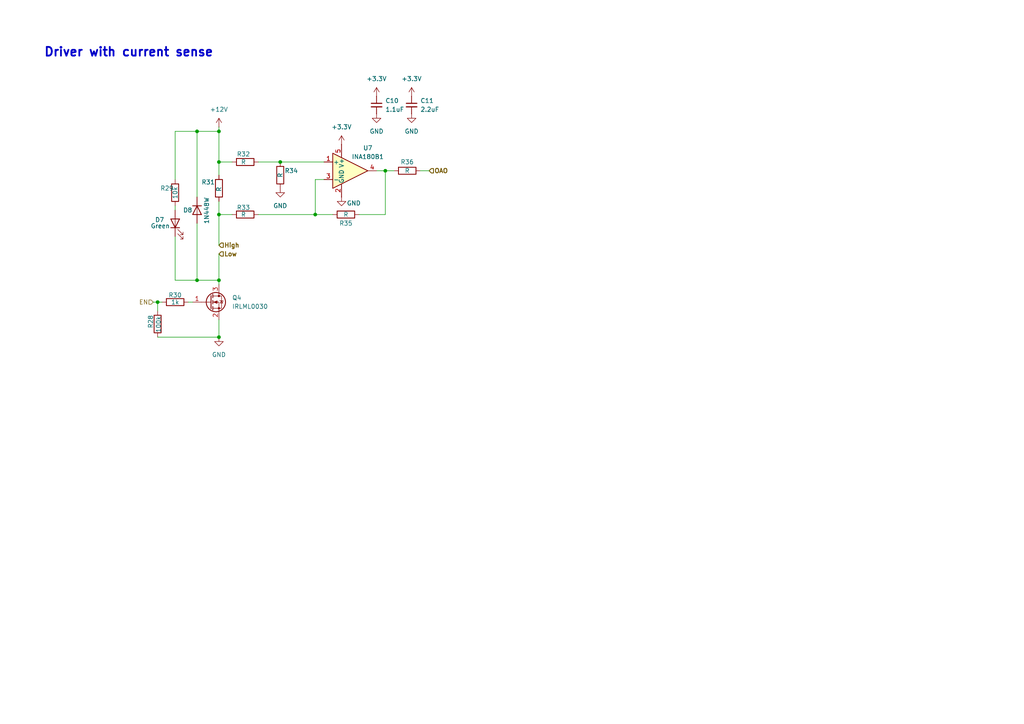
<source format=kicad_sch>
(kicad_sch (version 20231120) (generator "eeschema") (generator_version "8.0")
  (paper "A4")
  (lib_symbols
    (symbol "Amplifier_Current:INA180B1" (pin_names (offset 0.127))
      (property "Reference" "U" (at 3.81 3.81 0))
      (property "Value" "INA180B1" (at 3.81 -2.54 0))
      (symbol "INA180B1_0_1"
        (polyline (pts (xy 5.08 0) (xy -5.08 5.08) (xy -5.08 -5.08) (xy 5.08 0)) (stroke (width 0.254)) (fill (type background)))
      )
      (symbol "INA180B1_1_1"
        (pin input line (at -7.62 2.54 0) (length 2.54) (name "+") (number "1"))
        (pin power_in line (at -2.54 -7.62 90) (length 3.81) (name "GND") (number "2"))
        (pin input line (at -7.62 -2.54 0) (length 2.54) (name "-") (number "3"))
        (pin output line (at 7.62 0 180) (length 2.54) (name "~") (number "4"))
        (pin power_in line (at -2.54 7.62 270) (length 3.81) (name "V+") (number "5"))
      )
    )
    (symbol "Device:C_Small" (pin_numbers hide) (pin_names (offset 0.254) hide)
      (property "Reference" "C" (at 0.254 1.778 0))
      (property "Value" "C_Small" (at 0.254 -2.032 0))
      (symbol "C_Small_0_1"
        (polyline (pts (xy -1.524 -0.508) (xy 1.524 -0.508)) (stroke (width 0.3302)))
        (polyline (pts (xy -1.524 0.508) (xy 1.524 0.508)) (stroke (width 0.3048)))
      )
      (symbol "C_Small_1_1"
        (pin passive line (at 0 2.54 270) (length 2.032) (name "~") (number "1"))
        (pin passive line (at 0 -2.54 90) (length 2.032) (name "~") (number "2"))
      )
    )
    (symbol "Device:D" (pin_numbers hide) (pin_names (offset 1.016) hide)
      (property "Reference" "D" (at 0 2.54 0))
      (property "Value" "D" (at 0 -2.54 0))
      (symbol "D_0_1"
        (polyline (pts (xy -1.27 1.27) (xy -1.27 -1.27)) (stroke (width 0.254)))
        (polyline (pts (xy 1.27 0) (xy -1.27 0)))
        (polyline (pts (xy 1.27 1.27) (xy 1.27 -1.27) (xy -1.27 0) (xy 1.27 1.27)) (stroke (width 0.254)))
      )
      (symbol "D_1_1"
        (pin passive line (at -3.81 0 0) (length 2.54) (name "K") (number "1"))
        (pin passive line (at 3.81 0 180) (length 2.54) (name "A") (number "2"))
      )
    )
    (symbol "Device:LED" (pin_numbers hide) (pin_names (offset 1.016) hide)
      (property "Reference" "D" (at 0 2.54 0))
      (property "Value" "LED" (at 0 -2.54 0))
      (symbol "LED_0_1"
        (polyline (pts (xy -1.27 -1.27) (xy -1.27 1.27)) (stroke (width 0.254)))
        (polyline (pts (xy -1.27 0) (xy 1.27 0)))
        (polyline (pts (xy 1.27 -1.27) (xy 1.27 1.27) (xy -1.27 0) (xy 1.27 -1.27)) (stroke (width 0.254)))
        (polyline (pts (xy -3.048 -0.762) (xy -4.572 -2.286) (xy -3.81 -2.286) (xy -4.572 -2.286) (xy -4.572 -1.524)))
        (polyline (pts (xy -1.778 -0.762) (xy -3.302 -2.286) (xy -2.54 -2.286) (xy -3.302 -2.286) (xy -3.302 -1.524)))
      )
      (symbol "LED_1_1"
        (pin passive line (at -3.81 0 0) (length 2.54) (name "K") (number "1"))
        (pin passive line (at 3.81 0 180) (length 2.54) (name "A") (number "2"))
      )
    )
    (symbol "Device:R" (pin_numbers hide) (pin_names (offset 0))
      (property "Reference" "R" (at 2.032 0 90))
      (property "Value" "R" (at 0 0 90))
      (symbol "R_0_1"
        (rectangle (start -1.016 -2.54) (end 1.016 2.54) (stroke (width 0.254)))
      )
      (symbol "R_1_1"
        (pin passive line (at 0 3.81 270) (length 1.27) (name "~") (number "1"))
        (pin passive line (at 0 -3.81 90) (length 1.27) (name "~") (number "2"))
      )
    )
    (symbol "Transistor_FET:IRLML0030" (pin_names hide)
      (property "Reference" "Q" (at 5.08 1.905 0))
      (property "Value" "IRLML0030" (at 5.08 0 0))
      (symbol "IRLML0030_0_1"
        (polyline (pts (xy 0.254 0) (xy -2.54 0)))
        (polyline (pts (xy 0.254 1.905) (xy 0.254 -1.905)) (stroke (width 0.254)))
        (polyline (pts (xy 0.762 -1.27) (xy 0.762 -2.286)) (stroke (width 0.254)))
        (polyline (pts (xy 0.762 0.508) (xy 0.762 -0.508)) (stroke (width 0.254)))
        (polyline (pts (xy 0.762 2.286) (xy 0.762 1.27)) (stroke (width 0.254)))
        (polyline (pts (xy 2.54 2.54) (xy 2.54 1.778)))
        (polyline (pts (xy 2.54 -2.54) (xy 2.54 0) (xy 0.762 0)))
        (polyline (pts (xy 0.762 -1.778) (xy 3.302 -1.778) (xy 3.302 1.778) (xy 0.762 1.778)))
        (polyline (pts (xy 1.016 0) (xy 2.032 0.381) (xy 2.032 -0.381) (xy 1.016 0)) (fill (type outline)))
        (polyline (pts (xy 2.794 0.508) (xy 2.921 0.381) (xy 3.683 0.381) (xy 3.81 0.254)))
        (polyline (pts (xy 3.302 0.381) (xy 2.921 -0.254) (xy 3.683 -0.254) (xy 3.302 0.381)))
        (circle (center 1.651 0) (radius 2.794) (stroke (width 0.254)))
        (circle (center 2.54 -1.778) (radius 0.254) (fill (type outline)))
        (circle (center 2.54 1.778) (radius 0.254) (fill (type outline)))
      )
      (symbol "IRLML0030_1_1"
        (pin input line (at -5.08 0 0) (length 2.54) (name "G") (number "1"))
        (pin passive line (at 2.54 -5.08 90) (length 2.54) (name "S") (number "2"))
        (pin passive line (at 2.54 5.08 270) (length 2.54) (name "D") (number "3"))
      )
    )
    (symbol "power:+12V" (power) (pin_numbers hide) (pin_names (offset 0) hide)
      (property "Value" "+12V" (at 0 3.556 0))
      (symbol "+12V_0_1"
        (polyline (pts (xy -0.762 1.27) (xy 0 2.54)))
        (polyline (pts (xy 0 0) (xy 0 2.54)))
        (polyline (pts (xy 0 2.54) (xy 0.762 1.27)))
      )
      (symbol "+12V_1_1"
        (pin power_in line (at 0 0 90) (length 0) (name "~") (number "1"))
      )
    )
    (symbol "power:+3.3V" (power) (pin_numbers hide) (pin_names (offset 0) hide)
      (property "Value" "+3.3V" (at 0 3.556 0))
      (symbol "+3.3V_0_1"
        (polyline (pts (xy -0.762 1.27) (xy 0 2.54)))
        (polyline (pts (xy 0 0) (xy 0 2.54)))
        (polyline (pts (xy 0 2.54) (xy 0.762 1.27)))
      )
      (symbol "+3.3V_1_1"
        (pin power_in line (at 0 0 90) (length 0) (name "~") (number "1"))
      )
    )
    (symbol "power:GND" (power) (pin_numbers hide) (pin_names (offset 0) hide)
      (property "Value" "GND" (at 0 -3.81 0))
      (symbol "GND_0_1"
        (polyline (pts (xy 0 0) (xy 0 -1.27) (xy 1.27 -1.27) (xy 0 -2.54) (xy -1.27 -1.27) (xy 0 -1.27)))
      )
      (symbol "GND_1_1"
        (pin power_in line (at 0 0 270) (length 0) (name "~") (number "1"))
      )
    )
  )
  (junction (at 45.72 87.63))
  (junction (at 57.15 81.28))
  (junction (at 57.15 38.1))
  (junction (at 63.5 62.23))
  (junction (at 111.76 49.53))
  (junction (at 63.5 97.79))
  (junction (at 63.5 46.99))
  (junction (at 63.5 38.1))
  (junction (at 63.5 81.28))
  (junction (at 91.44 62.23))
  (junction (at 81.28 46.99))
  (wire (pts (xy 111.76 49.53) (xy 111.76 62.23)))
  (wire (pts (xy 46.99 87.63) (xy 45.72 87.63)))
  (wire (pts (xy 109.22 49.53) (xy 111.76 49.53)))
  (wire (pts (xy 50.8 81.28) (xy 50.8 68.58)))
  (wire (pts (xy 111.76 62.23) (xy 104.14 62.23)))
  (wire (pts (xy 91.44 52.07) (xy 93.98 52.07)))
  (wire (pts (xy 63.5 73.66) (xy 63.5 81.28)))
  (wire (pts (xy 57.15 64.77) (xy 57.15 81.28)))
  (wire (pts (xy 45.72 97.79) (xy 63.5 97.79)))
  (wire (pts (xy 63.5 38.1) (xy 57.15 38.1)))
  (wire (pts (xy 45.72 87.63) (xy 45.72 90.17)))
  (wire (pts (xy 44.45 87.63) (xy 45.72 87.63)))
  (wire (pts (xy 63.5 36.83) (xy 63.5 38.1)))
  (wire (pts (xy 63.5 58.42) (xy 63.5 62.23)))
  (wire (pts (xy 63.5 92.71) (xy 63.5 97.79)))
  (wire (pts (xy 74.93 62.23) (xy 91.44 62.23)))
  (wire (pts (xy 57.15 38.1) (xy 57.15 57.15)))
  (wire (pts (xy 111.76 49.53) (xy 114.3 49.53)))
  (wire (pts (xy 121.92 49.53) (xy 124.46 49.53)))
  (wire (pts (xy 81.28 46.99) (xy 93.98 46.99)))
  (wire (pts (xy 74.93 46.99) (xy 81.28 46.99)))
  (wire (pts (xy 63.5 62.23) (xy 63.5 71.12)))
  (wire (pts (xy 57.15 81.28) (xy 50.8 81.28)))
  (wire (pts (xy 91.44 52.07) (xy 91.44 62.23)))
  (wire (pts (xy 63.5 81.28) (xy 63.5 82.55)))
  (wire (pts (xy 50.8 38.1) (xy 50.8 52.07)))
  (wire (pts (xy 57.15 38.1) (xy 50.8 38.1)))
  (wire (pts (xy 55.88 87.63) (xy 54.61 87.63)))
  (wire (pts (xy 91.44 62.23) (xy 96.52 62.23)))
  (wire (pts (xy 67.31 62.23) (xy 63.5 62.23)))
  (wire (pts (xy 67.31 46.99) (xy 63.5 46.99)))
  (wire (pts (xy 63.5 81.28) (xy 57.15 81.28)))
  (wire (pts (xy 50.8 59.69) (xy 50.8 60.96)))
  (wire (pts (xy 63.5 38.1) (xy 63.5 46.99)))
  (wire (pts (xy 63.5 46.99) (xy 63.5 50.8)))
  (text "Driver with current sense\n" (at 37.338 15.24 0) (effects (font (size 2.54 2.54) (thickness 0.508) (bold yes))))
  (hierarchical_label "EN" (shape input) (at 44.45 87.63 180))
  (hierarchical_label "High" (shape input) (at 63.5 71.12 0) (effects (font (thickness 0.254) (bold yes))))
  (hierarchical_label "OAO" (shape input) (at 124.46 49.53 0) (effects (font (thickness 0.254) (bold yes))))
  (hierarchical_label "Low" (shape input) (at 63.5 73.66 0) (effects (font (thickness 0.254) (bold yes))))
  (symbol (lib_id "Device:R") (at 118.11 49.53 90) (unit 1)
    (property "Reference" "R36" (at 118.11 46.99 90))
    (property "Value" "R" (at 118.11 49.53 90))
    (property "Footprint" "Resistor_SMD:R_0805_2012Metric" (effects (hide yes)))
    (property "Description" "Resistor" (effects (hide yes)))
    (instances (project "BPS-Leader" (path "" (reference "R36") (unit 1)) (path "" (reference "R45") (unit 1)) (path "" (reference "R18") (unit 1)) (path "" (reference "R63") (unit 1)) (path "" (reference "R27") (unit 1)) (path "" (reference "R9") (unit 1)) (path "" (reference "R54") (unit 1))))
  )
  (symbol (lib_id "power:+3.3V") (at 119.38 27.94 0) (unit 1)
    (property "Reference" "#PWR049" (effects (hide yes)))
    (property "Value" "+3.3V" (at 119.38 22.86 0))
    (property "Description" "Power symbol creates a global label with name \"+3.3V\"" (effects (hide yes)))
    (instances (project "BPS-Leader" (path "" (reference "#PWR049") (unit 1)) (path "" (reference "#PWR058") (unit 1)) (path "" (reference "#PWR031") (unit 1)) (path "" (reference "#PWR076") (unit 1)) (path "" (reference "#PWR040") (unit 1)) (path "" (reference "#PWR022") (unit 1)) (path "" (reference "#PWR067") (unit 1))))
  )
  (symbol (lib_id "Device:C_Small") (at 119.38 30.48 0) (unit 1)
    (property "Reference" "C11" (at 121.92 29.2162 0) (effects (justify left)))
    (property "Value" "2.2uF" (at 121.92 31.7562 0) (effects (justify left)))
    (property "Footprint" "Capacitor_SMD:C_0805_2012Metric" (effects (hide yes)))
    (property "Description" "Unpolarized capacitor, small symbol" (effects (hide yes)))
    (instances (project "BPS-Leader" (path "" (reference "C11") (unit 1)) (path "" (reference "C13") (unit 1)) (path "" (reference "C7") (unit 1)) (path "" (reference "C17") (unit 1)) (path "" (reference "C9") (unit 1)) (path "" (reference "C5") (unit 1)) (path "" (reference "C15") (unit 1))))
  )
  (symbol (lib_id "power:GND") (at 119.38 33.02 0) (unit 1)
    (property "Reference" "#PWR050" (effects (hide yes)))
    (property "Value" "GND" (at 119.38 38.1 0))
    (property "Description" "Power symbol creates a global label with name \"GND\" , ground" (effects (hide yes)))
    (instances (project "BPS-Leader" (path "" (reference "#PWR050") (unit 1)) (path "" (reference "#PWR059") (unit 1)) (path "" (reference "#PWR032") (unit 1)) (path "" (reference "#PWR077") (unit 1)) (path "" (reference "#PWR041") (unit 1)) (path "" (reference "#PWR023") (unit 1)) (path "" (reference "#PWR068") (unit 1))))
  )
  (symbol (lib_id "Device:R") (at 63.5 54.61 0) (unit 1)
    (property "Reference" "R31" (at 58.42 52.832 0) (effects (justify left)))
    (property "Value" "R" (at 63.5 55.626 90) (effects (justify left)))
    (property "Footprint" "Resistor_SMD:R_0805_2012Metric" (effects (hide yes)))
    (property "Description" "Resistor" (effects (hide yes)))
    (instances (project "BPS-Leader" (path "" (reference "R31") (unit 1)) (path "" (reference "R40") (unit 1)) (path "" (reference "R13") (unit 1)) (path "" (reference "R58") (unit 1)) (path "" (reference "R22") (unit 1)) (path "" (reference "R4") (unit 1)) (path "" (reference "R49") (unit 1))))
  )
  (symbol (lib_id "Device:C_Small") (at 109.22 30.48 0) (unit 1)
    (property "Reference" "C10" (at 111.76 29.2162 0) (effects (justify left)))
    (property "Value" "1.1uF" (at 111.76 31.7562 0) (effects (justify left)))
    (property "Footprint" "Capacitor_SMD:C_0805_2012Metric" (effects (hide yes)))
    (property "Description" "Unpolarized capacitor, small symbol" (effects (hide yes)))
    (instances (project "BPS-Leader" (path "" (reference "C10") (unit 1)) (path "" (reference "C12") (unit 1)) (path "" (reference "C6") (unit 1)) (path "" (reference "C16") (unit 1)) (path "" (reference "C8") (unit 1)) (path "" (reference "C4") (unit 1)) (path "" (reference "C14") (unit 1))))
  )
  (symbol (lib_id "power:+3.3V") (at 109.22 27.94 0) (unit 1)
    (property "Reference" "#PWR047" (effects (hide yes)))
    (property "Value" "+3.3V" (at 109.22 22.86 0))
    (property "Description" "Power symbol creates a global label with name \"+3.3V\"" (effects (hide yes)))
    (instances (project "BPS-Leader" (path "" (reference "#PWR047") (unit 1)) (path "" (reference "#PWR056") (unit 1)) (path "" (reference "#PWR029") (unit 1)) (path "" (reference "#PWR074") (unit 1)) (path "" (reference "#PWR038") (unit 1)) (path "" (reference "#PWR020") (unit 1)) (path "" (reference "#PWR065") (unit 1))))
  )
  (symbol (lib_id "Device:R") (at 71.12 62.23 90) (unit 1)
    (property "Reference" "R33" (at 70.612 60.198 90))
    (property "Value" "R" (at 70.612 62.23 90))
    (property "Footprint" "Resistor_SMD:R_0805_2012Metric" (effects (hide yes)))
    (property "Description" "Resistor" (effects (hide yes)))
    (instances (project "BPS-Leader" (path "" (reference "R33") (unit 1)) (path "" (reference "R42") (unit 1)) (path "" (reference "R15") (unit 1)) (path "" (reference "R60") (unit 1)) (path "" (reference "R24") (unit 1)) (path "" (reference "R6") (unit 1)) (path "" (reference "R51") (unit 1))))
  )
  (symbol (lib_id "Device:LED") (at 50.8 64.77 90) (unit 1)
    (property "Reference" "D7" (at 44.958 63.754 90) (effects (justify right)))
    (property "Value" "Green" (at 43.688 65.532 90) (effects (justify right)))
    (property "Footprint" "Diode_SMD:D_0805_2012Metric" (effects (hide yes)))
    (property "Description" "Light emitting diode" (effects (hide yes)))
    (instances (project "BPS-Leader" (path "" (reference "D7") (unit 1)) (path "" (reference "D9") (unit 1)) (path "" (reference "D3") (unit 1)) (path "" (reference "D13") (unit 1)) (path "" (reference "D5") (unit 1)) (path "" (reference "D1") (unit 1)) (path "" (reference "D11") (unit 1))))
  )
  (symbol (lib_id "Transistor_FET:IRLML0030") (at 60.96 87.63 0) (unit 1)
    (property "Reference" "Q4" (at 67.31 86.3599 0) (effects (justify left)))
    (property "Value" "IRLML0030" (at 67.31 88.8999 0) (effects (justify left)))
    (property "Footprint" "Package_TO_SOT_SMD:SOT-23" (effects (hide yes)))
    (property "Datasheet" "https://www.infineon.com/dgdl/irlml0030pbf.pdf?fileId=5546d462533600a401535664773825df" (effects (hide yes)))
    (property "Description" "5.3A Id, 30V Vds, 27mOhm Rds, N-Channel HEXFET Power MOSFET, SOT-23" (effects (hide yes)))
    (instances (project "BPS-Leader" (path "" (reference "Q4") (unit 1)) (path "" (reference "Q5") (unit 1)) (path "" (reference "Q2") (unit 1)) (path "" (reference "Q7") (unit 1)) (path "" (reference "Q3") (unit 1)) (path "" (reference "Q1") (unit 1)) (path "" (reference "Q6") (unit 1))))
  )
  (symbol (lib_id "power:GND") (at 81.28 54.61 0) (unit 1)
    (property "Reference" "#PWR044" (effects (hide yes)))
    (property "Value" "GND" (at 81.28 59.69 0))
    (property "Description" "Power symbol creates a global label with name \"GND\" , ground" (effects (hide yes)))
    (instances (project "BPS-Leader" (path "" (reference "#PWR044") (unit 1)) (path "" (reference "#PWR053") (unit 1)) (path "" (reference "#PWR026") (unit 1)) (path "" (reference "#PWR071") (unit 1)) (path "" (reference "#PWR035") (unit 1)) (path "" (reference "#PWR017") (unit 1)) (path "" (reference "#PWR062") (unit 1))))
  )
  (symbol (lib_id "Device:R") (at 81.28 50.8 0) (unit 1)
    (property "Reference" "R34" (at 82.55 49.53 0) (effects (justify left)))
    (property "Value" "R" (at 81.28 51.562 90) (effects (justify left)))
    (property "Footprint" "Resistor_SMD:R_0805_2012Metric" (effects (hide yes)))
    (property "Description" "Resistor" (effects (hide yes)))
    (instances (project "BPS-Leader" (path "" (reference "R34") (unit 1)) (path "" (reference "R43") (unit 1)) (path "" (reference "R16") (unit 1)) (path "" (reference "R61") (unit 1)) (path "" (reference "R25") (unit 1)) (path "" (reference "R7") (unit 1)) (path "" (reference "R52") (unit 1))))
  )
  (symbol (lib_id "Amplifier_Current:INA180B1") (at 101.6 49.53 0) (unit 1)
    (property "Reference" "U7" (at 106.68 42.926 0))
    (property "Value" "INA180B1" (at 106.68 45.466 0))
    (property "Footprint" "Package_TO_SOT_SMD:SOT-23-5" (effects (hide yes)))
    (property "Datasheet" "http://www.ti.com/lit/ds/symlink/ina180.pdf" (effects (hide yes)))
    (property "Description" "Current Sense Amplifier, 1 Circuit, Rail-to-Rail, 26V, Gain 20 V/V, SOT-23-5" (effects (hide yes)))
    (instances (project "BPS-Leader" (path "" (reference "U7") (unit 1)) (path "" (reference "U8") (unit 1)) (path "" (reference "U5") (unit 1)) (path "" (reference "U10") (unit 1)) (path "" (reference "U6") (unit 1)) (path "" (reference "U4") (unit 1)) (path "" (reference "U9") (unit 1))))
  )
  (symbol (lib_id "power:GND") (at 109.22 33.02 0) (unit 1)
    (property "Reference" "#PWR048" (effects (hide yes)))
    (property "Value" "GND" (at 109.22 38.1 0))
    (property "Description" "Power symbol creates a global label with name \"GND\" , ground" (effects (hide yes)))
    (instances (project "BPS-Leader" (path "" (reference "#PWR048") (unit 1)) (path "" (reference "#PWR057") (unit 1)) (path "" (reference "#PWR030") (unit 1)) (path "" (reference "#PWR075") (unit 1)) (path "" (reference "#PWR039") (unit 1)) (path "" (reference "#PWR021") (unit 1)) (path "" (reference "#PWR066") (unit 1))))
  )
  (symbol (lib_id "power:+3.3V") (at 99.06 41.91 0) (unit 1)
    (property "Reference" "#PWR045" (effects (hide yes)))
    (property "Value" "+3.3V" (at 99.06 36.83 0))
    (property "Description" "Power symbol creates a global label with name \"+3.3V\"" (effects (hide yes)))
    (instances (project "BPS-Leader" (path "" (reference "#PWR045") (unit 1)) (path "" (reference "#PWR054") (unit 1)) (path "" (reference "#PWR027") (unit 1)) (path "" (reference "#PWR072") (unit 1)) (path "" (reference "#PWR036") (unit 1)) (path "" (reference "#PWR018") (unit 1)) (path "" (reference "#PWR063") (unit 1))))
  )
  (symbol (lib_id "Device:R") (at 71.12 46.99 90) (unit 1)
    (property "Reference" "R32" (at 70.612 44.704 90))
    (property "Value" "R" (at 70.612 46.99 90))
    (property "Footprint" "Resistor_SMD:R_0805_2012Metric" (effects (hide yes)))
    (property "Description" "Resistor" (effects (hide yes)))
    (instances (project "BPS-Leader" (path "" (reference "R32") (unit 1)) (path "" (reference "R41") (unit 1)) (path "" (reference "R14") (unit 1)) (path "" (reference "R59") (unit 1)) (path "" (reference "R23") (unit 1)) (path "" (reference "R5") (unit 1)) (path "" (reference "R50") (unit 1))))
  )
  (symbol (lib_id "Device:R") (at 50.8 87.63 90) (unit 1)
    (property "Reference" "R30" (at 50.8 85.598 90))
    (property "Value" "1k" (at 50.8 87.63 90))
    (property "Footprint" "Resistor_SMD:R_0805_2012Metric" (effects (hide yes)))
    (property "Description" "Resistor" (effects (hide yes)))
    (instances (project "BPS-Leader" (path "" (reference "R30") (unit 1)) (path "" (reference "R39") (unit 1)) (path "" (reference "R12") (unit 1)) (path "" (reference "R57") (unit 1)) (path "" (reference "R21") (unit 1)) (path "" (reference "R3") (unit 1)) (path "" (reference "R48") (unit 1))))
  )
  (symbol (lib_id "Device:D") (at 57.15 60.96 270) (unit 1)
    (property "Reference" "D8" (at 53.086 60.96 90) (effects (justify left)))
    (property "Value" "1N448W" (at 59.944 57.15 0) (effects (justify left)))
    (property "Footprint" "Diode_SMD:D_0805_2012Metric" (effects (hide yes)))
    (property "Description" "Diode" (effects (hide yes)))
    (property "Sim.Device" "D" (effects (hide yes)))
    (property "Sim.Pins" "1=K 2=A" (effects (hide yes)))
    (instances (project "BPS-Leader" (path "" (reference "D8") (unit 1)) (path "" (reference "D10") (unit 1)) (path "" (reference "D4") (unit 1)) (path "" (reference "D14") (unit 1)) (path "" (reference "D6") (unit 1)) (path "" (reference "D2") (unit 1)) (path "" (reference "D12") (unit 1))))
  )
  (symbol (lib_id "Device:R") (at 100.33 62.23 90) (unit 1)
    (property "Reference" "R35" (at 100.33 64.77 90))
    (property "Value" "R" (at 100.33 62.23 90))
    (property "Footprint" "Resistor_SMD:R_0805_2012Metric" (effects (hide yes)))
    (property "Description" "Resistor" (effects (hide yes)))
    (instances (project "BPS-Leader" (path "" (reference "R35") (unit 1)) (path "" (reference "R44") (unit 1)) (path "" (reference "R17") (unit 1)) (path "" (reference "R62") (unit 1)) (path "" (reference "R26") (unit 1)) (path "" (reference "R8") (unit 1)) (path "" (reference "R53") (unit 1))))
  )
  (symbol (lib_id "power:+12V") (at 63.5 36.83 0) (unit 1)
    (property "Reference" "#PWR042" (effects (hide yes)))
    (property "Value" "+12V" (at 63.5 31.75 0))
    (property "Description" "Power symbol creates a global label with name \"+12V\"" (effects (hide yes)))
    (instances (project "BPS-Leader" (path "" (reference "#PWR042") (unit 1)) (path "" (reference "#PWR051") (unit 1)) (path "" (reference "#PWR024") (unit 1)) (path "" (reference "#PWR069") (unit 1)) (path "" (reference "#PWR033") (unit 1)) (path "" (reference "#PWR015") (unit 1)) (path "" (reference "#PWR060") (unit 1))))
  )
  (symbol (lib_id "power:GND") (at 63.5 97.79 0) (unit 1)
    (property "Reference" "#PWR043" (effects (hide yes)))
    (property "Value" "GND" (at 63.5 102.87 0))
    (property "Description" "Power symbol creates a global label with name \"GND\" , ground" (effects (hide yes)))
    (instances (project "BPS-Leader" (path "" (reference "#PWR043") (unit 1)) (path "" (reference "#PWR052") (unit 1)) (path "" (reference "#PWR025") (unit 1)) (path "" (reference "#PWR070") (unit 1)) (path "" (reference "#PWR034") (unit 1)) (path "" (reference "#PWR016") (unit 1)) (path "" (reference "#PWR061") (unit 1))))
  )
  (symbol (lib_id "Device:R") (at 45.72 93.98 0) (unit 1)
    (property "Reference" "R28" (at 43.688 95.25 90) (effects (justify left)))
    (property "Value" "100k" (at 45.974 96.52 90) (effects (justify left)))
    (property "Footprint" "Resistor_SMD:R_0805_2012Metric" (effects (hide yes)))
    (property "Description" "Resistor" (effects (hide yes)))
    (instances (project "BPS-Leader" (path "" (reference "R28") (unit 1)) (path "" (reference "R37") (unit 1)) (path "" (reference "R10") (unit 1)) (path "" (reference "R55") (unit 1)) (path "" (reference "R19") (unit 1)) (path "" (reference "R1") (unit 1)) (path "" (reference "R46") (unit 1))))
  )
  (symbol (lib_id "Device:R") (at 50.8 55.88 0) (mirror y) (unit 1)
    (property "Reference" "R29" (at 46.482 54.61 0) (effects (justify right)))
    (property "Value" "10k" (at 50.8 54.102 90) (effects (justify right)))
    (property "Footprint" "Resistor_SMD:R_0805_2012Metric" (effects (hide yes)))
    (property "Description" "Resistor" (effects (hide yes)))
    (instances (project "BPS-Leader" (path "" (reference "R29") (unit 1)) (path "" (reference "R38") (unit 1)) (path "" (reference "R11") (unit 1)) (path "" (reference "R56") (unit 1)) (path "" (reference "R20") (unit 1)) (path "" (reference "R2") (unit 1)) (path "" (reference "R47") (unit 1))))
  )
  (symbol (lib_id "power:GND") (at 99.06 57.15 0) (unit 1)
    (property "Reference" "#PWR046" (effects (hide yes)))
    (property "Value" "GND" (at 102.616 58.928 0))
    (property "Description" "Power symbol creates a global label with name \"GND\" , ground" (effects (hide yes)))
    (instances (project "BPS-Leader" (path "" (reference "#PWR046") (unit 1)) (path "" (reference "#PWR055") (unit 1)) (path "" (reference "#PWR028") (unit 1)) (path "" (reference "#PWR073") (unit 1)) (path "" (reference "#PWR037") (unit 1)) (path "" (reference "#PWR019") (unit 1)) (path "" (reference "#PWR064") (unit 1))))
  )
)
</source>
